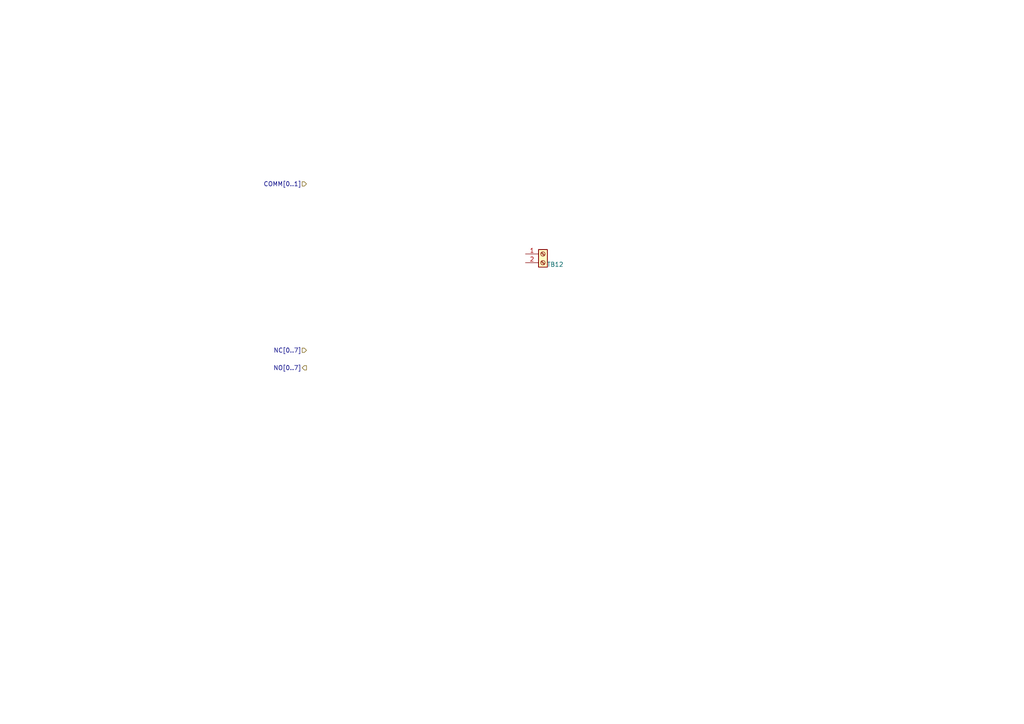
<source format=kicad_sch>
(kicad_sch (version 20250114) (generator "eeschema") (generator_version "9.0")
  (paper "A4")
  (lib_symbols
    (symbol "Connector:Screw_Terminal_01x02" (pin_names (offset 1.016) (hide yes))
      (property "Reference" "J" (at 0 2.54 0))
      (property "Value" "Screw_Terminal_01x02" (at 0 -5.08 0))
      (symbol "Screw_Terminal_01x02_1_1"
        (rectangle (start -1.27 1.27) (end 1.27 -3.81) (stroke (width 0.254)) (fill (type background)))
        (polyline (pts (xy -0.5334 0.3302) (xy 0.3302 -0.508)) (stroke (width 0.1524)))
        (polyline (pts (xy -0.5334 -2.2098) (xy 0.3302 -3.048)) (stroke (width 0.1524)))
        (polyline (pts (xy -0.3556 0.508) (xy 0.508 -0.3302)) (stroke (width 0.1524)))
        (polyline (pts (xy -0.3556 -2.032) (xy 0.508 -2.8702)) (stroke (width 0.1524)))
        (circle (center 0 0) (radius 0.635) (stroke (width 0.1524)))
        (circle (center 0 -2.54) (radius 0.635) (stroke (width 0.1524)))
        (pin passive line (at -5.08 0 0) (length 3.81) (name "Pin_1") (number "1"))
        (pin passive line (at -5.08 -2.54 0) (length 3.81) (name "Pin_2") (number "2"))
      )
    )
  )
  (hierarchical_label "NO[0..7]" (shape output) (at 88.9 106.68 180))
  (hierarchical_label "COMM[0..1]" (shape input) (at 88.9 53.34 180))
  (hierarchical_label "NC[0..7]" (shape input) (at 88.9 101.6 180))
  (symbol (lib_id "Connector:Screw_Terminal_01x02") (at 157.48 73.66 0) (unit 1)
    (property "Reference" "TB12" (at 161.036 76.708 0))
    (property "Value" "MKDSN 1,5/ 2-5,08" (effects (hide yes)))
    (property "Footprint" "TerminalBlock_Phoenix:TerminalBlock_Phoenix_MKDS-1,5-2-5.08_1x02_P5.08mm_Horizontal" (effects (hide yes)))
    (property "Description" "Generic screw terminal, single row, 01x02, script generated (kicad-library-utils/schlib/autogen/connector/)" (effects (hide yes)))
    (property "Partnumber" "  MKDSN 1,5/ 2-5,08 " (effects (hide yes)))
    (property "LCSC" "C5183989" (effects (hide yes)))
    (property "Manufacturer" "Phoenix Contact" (effects (hide yes)))
  )
)
</source>
